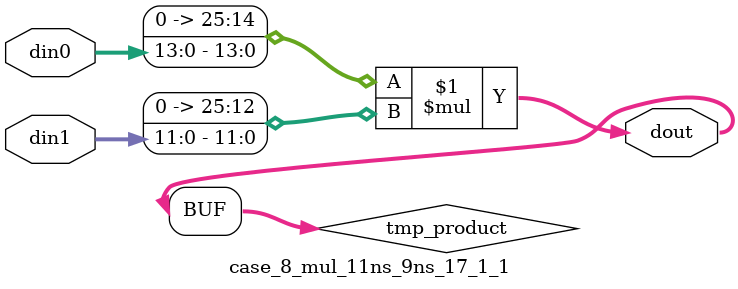
<source format=v>

`timescale 1 ns / 1 ps

 (* use_dsp = "no" *)  module case_8_mul_11ns_9ns_17_1_1(din0, din1, dout);
parameter ID = 1;
parameter NUM_STAGE = 0;
parameter din0_WIDTH = 14;
parameter din1_WIDTH = 12;
parameter dout_WIDTH = 26;

input [din0_WIDTH - 1 : 0] din0; 
input [din1_WIDTH - 1 : 0] din1; 
output [dout_WIDTH - 1 : 0] dout;

wire signed [dout_WIDTH - 1 : 0] tmp_product;
























assign tmp_product = $signed({1'b0, din0}) * $signed({1'b0, din1});











assign dout = tmp_product;





















endmodule

</source>
